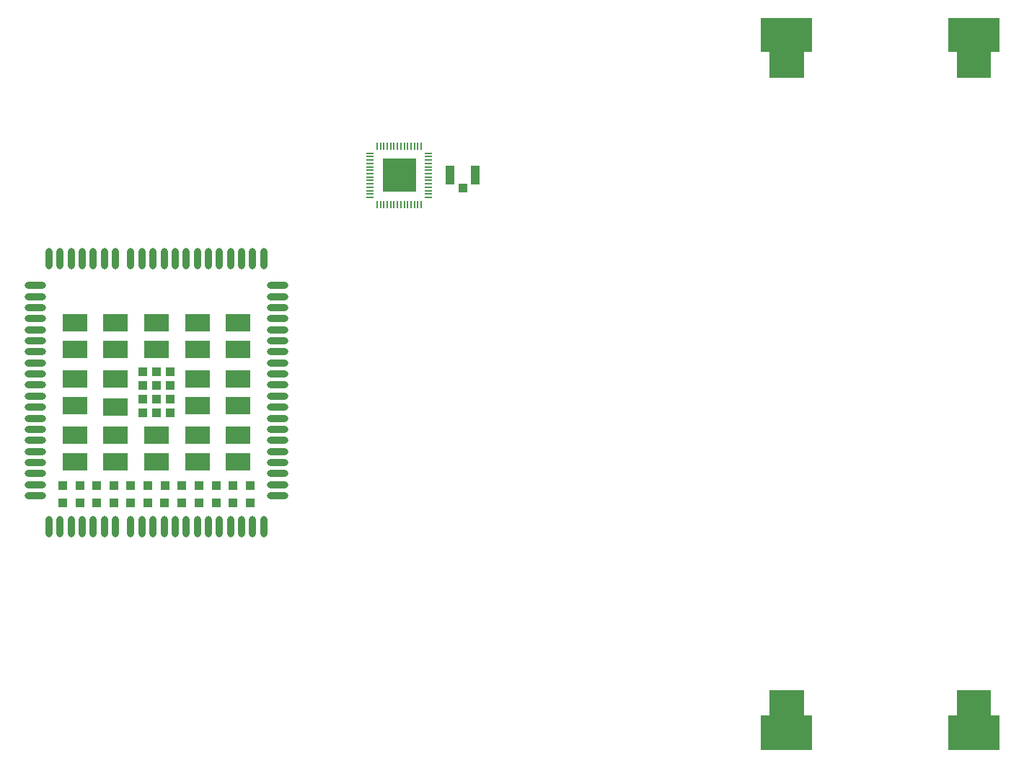
<source format=gtp>
G04*
G04 #@! TF.GenerationSoftware,Altium Limited,Altium Designer,24.5.2 (23)*
G04*
G04 Layer_Color=8421504*
%FSLAX44Y44*%
%MOMM*%
G71*
G04*
G04 #@! TF.SameCoordinates,3DCBDF99-3535-49DB-9263-CEB5A80537B2*
G04*
G04*
G04 #@! TF.FilePolarity,Positive*
G04*
G01*
G75*
G04:AMPARAMS|DCode=14|XSize=2.5mm|YSize=0.8mm|CornerRadius=0.4mm|HoleSize=0mm|Usage=FLASHONLY|Rotation=90.000|XOffset=0mm|YOffset=0mm|HoleType=Round|Shape=RoundedRectangle|*
%AMROUNDEDRECTD14*
21,1,2.5000,0.0000,0,0,90.0*
21,1,1.7000,0.8000,0,0,90.0*
1,1,0.8000,0.0000,0.8500*
1,1,0.8000,0.0000,-0.8500*
1,1,0.8000,0.0000,-0.8500*
1,1,0.8000,0.0000,0.8500*
%
%ADD14ROUNDEDRECTD14*%
%ADD15R,1.1000X1.1000*%
G04:AMPARAMS|DCode=16|XSize=2.5mm|YSize=0.8mm|CornerRadius=0.4mm|HoleSize=0mm|Usage=FLASHONLY|Rotation=180.000|XOffset=0mm|YOffset=0mm|HoleType=Round|Shape=RoundedRectangle|*
%AMROUNDEDRECTD16*
21,1,2.5000,0.0000,0,0,180.0*
21,1,1.7000,0.8000,0,0,180.0*
1,1,0.8000,-0.8500,0.0000*
1,1,0.8000,0.8500,0.0000*
1,1,0.8000,0.8500,0.0000*
1,1,0.8000,-0.8500,0.0000*
%
%ADD16ROUNDEDRECTD16*%
%ADD17R,3.0000X2.0000*%
%ADD18R,0.2000X0.8500*%
%ADD19R,0.8500X0.2000*%
%ADD20R,4.0000X4.0000*%
%ADD21R,1.0500X2.2000*%
%ADD22R,1.0000X1.0500*%
G36*
X505000Y-390000D02*
X515000D01*
Y-430000D01*
X455000D01*
Y-390000D01*
X465000D01*
Y-360000D01*
X505000D01*
Y-390000D01*
D02*
G37*
G36*
X285000Y-390000D02*
X295000D01*
Y-430000D01*
X235000D01*
Y-390000D01*
X245000D01*
Y-360000D01*
X285000D01*
Y-390000D01*
D02*
G37*
G36*
X295000Y390000D02*
X285000D01*
Y360000D01*
X245000D01*
Y390000D01*
X235000D01*
Y430000D01*
X295000D01*
Y390000D01*
D02*
G37*
G36*
X515000Y390000D02*
X505000D01*
Y360000D01*
X465000D01*
Y390000D01*
X455000D01*
Y430000D01*
X515000D01*
Y390000D01*
D02*
G37*
D14*
X-505000Y147500D02*
D03*
X-492000D02*
D03*
Y-167500D02*
D03*
X-505000D02*
D03*
X-601000Y147500D02*
D03*
X-588000D02*
D03*
X-575000D02*
D03*
X-562000D02*
D03*
X-549000D02*
D03*
X-536000D02*
D03*
X-523000D02*
D03*
X-479000D02*
D03*
X-466000D02*
D03*
X-453000D02*
D03*
X-440000D02*
D03*
X-427000D02*
D03*
X-414000D02*
D03*
X-401000D02*
D03*
X-388000D02*
D03*
X-375000D02*
D03*
X-362000D02*
D03*
X-349000D02*
D03*
Y-167500D02*
D03*
X-362000D02*
D03*
X-375000D02*
D03*
X-388000D02*
D03*
X-401000D02*
D03*
X-414000D02*
D03*
X-427000D02*
D03*
X-440000D02*
D03*
X-453000D02*
D03*
X-466000D02*
D03*
X-479000D02*
D03*
X-523000D02*
D03*
X-536000D02*
D03*
X-549000D02*
D03*
X-562000D02*
D03*
X-575000D02*
D03*
X-588000D02*
D03*
X-601000D02*
D03*
D15*
X-365000Y-140000D02*
D03*
X-385000D02*
D03*
X-405000D02*
D03*
X-425000D02*
D03*
X-445000D02*
D03*
X-466000D02*
D03*
X-485000D02*
D03*
X-505000D02*
D03*
X-525000D02*
D03*
X-545000D02*
D03*
X-565000D02*
D03*
X-585000D02*
D03*
X-365000Y-120000D02*
D03*
X-385000D02*
D03*
X-405000D02*
D03*
X-425000D02*
D03*
X-445000D02*
D03*
X-465000D02*
D03*
X-485000D02*
D03*
X-505000D02*
D03*
X-525000D02*
D03*
X-545000D02*
D03*
X-565000D02*
D03*
X-585000D02*
D03*
X-459000Y-34000D02*
D03*
X-475000D02*
D03*
X-491000D02*
D03*
X-459000Y-18000D02*
D03*
X-475000D02*
D03*
X-491000D02*
D03*
X-459000Y-2000D02*
D03*
X-475000D02*
D03*
X-491000D02*
D03*
X-459000Y14000D02*
D03*
X-475000D02*
D03*
X-491000D02*
D03*
D16*
X-332500Y-131500D02*
D03*
Y-118500D02*
D03*
X-617500Y-131500D02*
D03*
Y-118500D02*
D03*
Y-105500D02*
D03*
Y-92500D02*
D03*
Y-79500D02*
D03*
Y-66500D02*
D03*
Y-53500D02*
D03*
Y-40500D02*
D03*
Y-27500D02*
D03*
Y-14500D02*
D03*
Y-1500D02*
D03*
Y11500D02*
D03*
Y24500D02*
D03*
Y37500D02*
D03*
Y50500D02*
D03*
Y63500D02*
D03*
Y76500D02*
D03*
Y89500D02*
D03*
Y102500D02*
D03*
Y115500D02*
D03*
X-332500D02*
D03*
Y102500D02*
D03*
Y89500D02*
D03*
Y76500D02*
D03*
Y63500D02*
D03*
Y50500D02*
D03*
Y37500D02*
D03*
Y24500D02*
D03*
Y11500D02*
D03*
Y-1500D02*
D03*
Y-14500D02*
D03*
Y-27500D02*
D03*
Y-40500D02*
D03*
Y-53500D02*
D03*
Y-66500D02*
D03*
Y-79500D02*
D03*
Y-92500D02*
D03*
Y-105500D02*
D03*
D17*
X-379000Y-92000D02*
D03*
X-427000D02*
D03*
X-475000D02*
D03*
X-523000D02*
D03*
X-571000D02*
D03*
X-379000Y-60000D02*
D03*
X-427000D02*
D03*
X-475000D02*
D03*
X-523000D02*
D03*
X-571000D02*
D03*
X-379000Y-26000D02*
D03*
X-427000D02*
D03*
X-523000Y-27500D02*
D03*
X-571000Y-26000D02*
D03*
X-379000Y6000D02*
D03*
X-427000D02*
D03*
X-523000D02*
D03*
X-571000D02*
D03*
X-379000Y40000D02*
D03*
X-427000D02*
D03*
X-475000D02*
D03*
X-523000D02*
D03*
X-571000D02*
D03*
X-379000Y72000D02*
D03*
X-427000D02*
D03*
X-475000D02*
D03*
X-523000D02*
D03*
X-571000D02*
D03*
D18*
X-216000Y210750D02*
D03*
X-212000D02*
D03*
X-208000D02*
D03*
X-204000D02*
D03*
X-200000D02*
D03*
X-196000D02*
D03*
X-192000D02*
D03*
X-188000D02*
D03*
X-184000D02*
D03*
X-192000Y279250D02*
D03*
X-216000D02*
D03*
X-212000D02*
D03*
X-208000D02*
D03*
X-204000D02*
D03*
X-200000D02*
D03*
X-196000D02*
D03*
X-188000D02*
D03*
X-180000Y210750D02*
D03*
X-176000D02*
D03*
X-172000D02*
D03*
X-168000D02*
D03*
X-164000D02*
D03*
X-184000Y279250D02*
D03*
X-180000D02*
D03*
X-176000D02*
D03*
X-172000D02*
D03*
X-168000D02*
D03*
X-164000D02*
D03*
D19*
X-224250Y219000D02*
D03*
Y223000D02*
D03*
Y227000D02*
D03*
Y231000D02*
D03*
Y235000D02*
D03*
Y239000D02*
D03*
Y243000D02*
D03*
Y247000D02*
D03*
Y251000D02*
D03*
Y255000D02*
D03*
Y259000D02*
D03*
Y263000D02*
D03*
Y267000D02*
D03*
Y271000D02*
D03*
X-155750Y219000D02*
D03*
Y223000D02*
D03*
Y227000D02*
D03*
Y231000D02*
D03*
Y235000D02*
D03*
Y239000D02*
D03*
Y243000D02*
D03*
Y247000D02*
D03*
Y251000D02*
D03*
Y255000D02*
D03*
Y259000D02*
D03*
Y263000D02*
D03*
Y267000D02*
D03*
Y271000D02*
D03*
D20*
X-190000Y245000D02*
D03*
D21*
X-100500D02*
D03*
X-130000D02*
D03*
D22*
X-115250Y229750D02*
D03*
M02*

</source>
